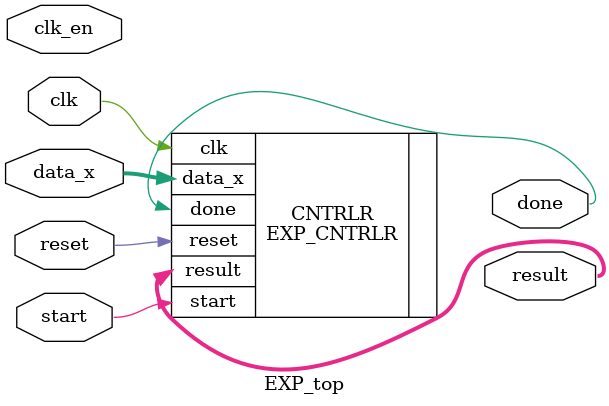
<source format=v>
`timescale 1ns/1ps
/*
Jonathan Lopez
ECE 5722 Fall 2023 WPI
Homework 6: Custom Instruction
Simualtor: Siemens (Mentor Graphics) Questa Intel FPGA Starter Editon 2021.2
Synthesizer: Intel Quartus Prime 18.1
Top Module
*/
module EXP_top (
    input clk,
    input clk_en,
    input reset,
    input start,
    input [7:0] data_x,
    output done,
    output wire [19:0] result
);

EXP_CNTRLR CNTRLR(
    .clk(clk),
    .reset(reset),
    .start(start),
    .data_x(data_x),
    .done(done),
    .result(result)
);



endmodule
</source>
